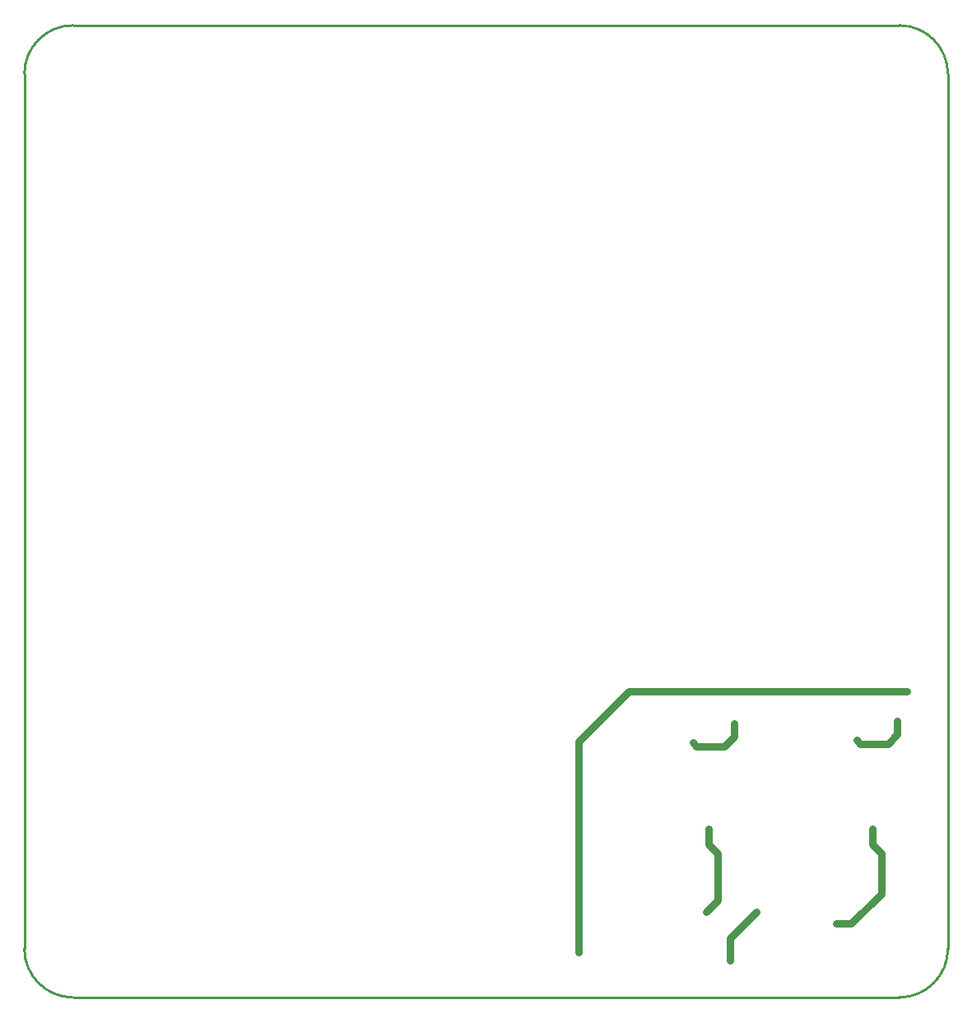
<source format=gko>
G04*
G04 #@! TF.GenerationSoftware,Altium Limited,Altium Designer,18.0.7 (293)*
G04*
G04 Layer_Color=16711935*
%FSLAX25Y25*%
%MOIN*%
G70*
G01*
G75*
%ADD59C,0.01000*%
%ADD60C,0.03150*%
D59*
X8714Y-246175D02*
G03*
X28399Y-226490I0J19685D01*
G01*
X28399Y127840D02*
G03*
X8714Y147526I-19685J0D01*
G01*
X-345617Y-226490D02*
G03*
X-325932Y-246175I19685J0D01*
G01*
X-325932Y147526D02*
G03*
X-345617Y127840I0J-19685D01*
G01*
X28399D02*
X28399Y-226490D01*
X-345617D02*
X-345617Y127840D01*
X-325932Y147526D02*
X8714Y147526D01*
X-325932Y-246175D02*
X8714D01*
D60*
X-59811Y-231202D02*
Y-222179D01*
X-49111Y-211479D01*
X7991Y-139588D02*
Y-134095D01*
X4184Y-143395D02*
X7991Y-139588D01*
X-7309Y-143395D02*
X4184D01*
X-8659Y-142045D02*
X-7309Y-143395D01*
X-16911Y-216279D02*
X-10778D01*
X-2309Y-184079D02*
Y-177779D01*
Y-184079D02*
X1391Y-187779D01*
Y-204111D02*
Y-187779D01*
X-10778Y-216279D02*
X1391Y-204111D01*
X-69465Y-211679D02*
X-64811Y-207025D01*
Y-187779D01*
X-68511Y-184079D02*
X-64811Y-187779D01*
X-68511Y-184079D02*
Y-177779D01*
X-74861Y-143029D02*
X-73511Y-144379D01*
X-62018D01*
X-58211Y-140573D01*
Y-135079D01*
X-100908Y-122159D02*
X11804D01*
X-121207Y-142458D02*
X-100908Y-122159D01*
X-121207Y-227776D02*
Y-142458D01*
M02*

</source>
